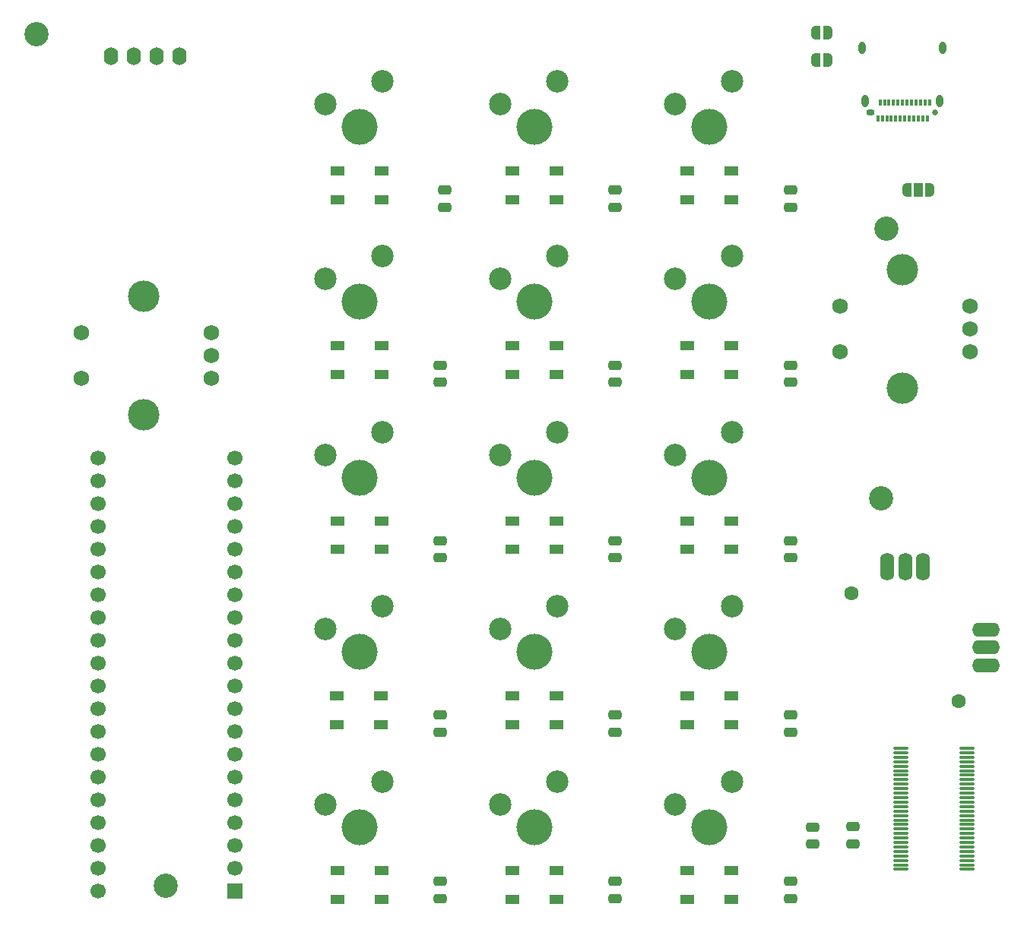
<source format=gts>
%TF.GenerationSoftware,KiCad,Pcbnew,(6.0.4)*%
%TF.CreationDate,2022-04-24T15:44:46-04:00*%
%TF.ProjectId,keeb,6b656562-2e6b-4696-9361-645f70636258,rev?*%
%TF.SameCoordinates,Original*%
%TF.FileFunction,Soldermask,Top*%
%TF.FilePolarity,Negative*%
%FSLAX46Y46*%
G04 Gerber Fmt 4.6, Leading zero omitted, Abs format (unit mm)*
G04 Created by KiCad (PCBNEW (6.0.4)) date 2022-04-24 15:44:46*
%MOMM*%
%LPD*%
G01*
G04 APERTURE LIST*
G04 Aperture macros list*
%AMRoundRect*
0 Rectangle with rounded corners*
0 $1 Rounding radius*
0 $2 $3 $4 $5 $6 $7 $8 $9 X,Y pos of 4 corners*
0 Add a 4 corners polygon primitive as box body*
4,1,4,$2,$3,$4,$5,$6,$7,$8,$9,$2,$3,0*
0 Add four circle primitives for the rounded corners*
1,1,$1+$1,$2,$3*
1,1,$1+$1,$4,$5*
1,1,$1+$1,$6,$7*
1,1,$1+$1,$8,$9*
0 Add four rect primitives between the rounded corners*
20,1,$1+$1,$2,$3,$4,$5,0*
20,1,$1+$1,$4,$5,$6,$7,0*
20,1,$1+$1,$6,$7,$8,$9,0*
20,1,$1+$1,$8,$9,$2,$3,0*%
%AMFreePoly0*
4,1,22,0.500000,-0.750000,0.000000,-0.750000,0.000000,-0.745033,-0.079941,-0.743568,-0.215256,-0.701293,-0.333266,-0.622738,-0.424486,-0.514219,-0.481581,-0.384460,-0.499164,-0.250000,-0.500000,-0.250000,-0.500000,0.250000,-0.499164,0.250000,-0.499963,0.256109,-0.478152,0.396186,-0.417904,0.524511,-0.324060,0.630769,-0.204165,0.706417,-0.067858,0.745374,0.000000,0.744959,0.000000,0.750000,
0.500000,0.750000,0.500000,-0.750000,0.500000,-0.750000,$1*%
%AMFreePoly1*
4,1,20,0.000000,0.744959,0.073905,0.744508,0.209726,0.703889,0.328688,0.626782,0.421226,0.519385,0.479903,0.390333,0.500000,0.250000,0.500000,-0.250000,0.499851,-0.262216,0.476331,-0.402017,0.414519,-0.529596,0.319384,-0.634700,0.198574,-0.708877,0.061801,-0.746166,0.000000,-0.745033,0.000000,-0.750000,-0.500000,-0.750000,-0.500000,0.750000,0.000000,0.750000,0.000000,0.744959,
0.000000,0.744959,$1*%
%AMFreePoly2*
4,1,22,0.550000,-0.750000,0.000000,-0.750000,0.000000,-0.745033,-0.079941,-0.743568,-0.215256,-0.701293,-0.333266,-0.622738,-0.424486,-0.514219,-0.481581,-0.384460,-0.499164,-0.250000,-0.500000,-0.250000,-0.500000,0.250000,-0.499164,0.250000,-0.499963,0.256109,-0.478152,0.396186,-0.417904,0.524511,-0.324060,0.630769,-0.204165,0.706417,-0.067858,0.745374,0.000000,0.744959,0.000000,0.750000,
0.550000,0.750000,0.550000,-0.750000,0.550000,-0.750000,$1*%
%AMFreePoly3*
4,1,20,0.000000,0.744959,0.073905,0.744508,0.209726,0.703889,0.328688,0.626782,0.421226,0.519385,0.479903,0.390333,0.500000,0.250000,0.500000,-0.250000,0.499851,-0.262216,0.476331,-0.402017,0.414519,-0.529596,0.319384,-0.634700,0.198574,-0.708877,0.061801,-0.746166,0.000000,-0.745033,0.000000,-0.750000,-0.550000,-0.750000,-0.550000,0.750000,0.000000,0.750000,0.000000,0.744959,
0.000000,0.744959,$1*%
G04 Aperture macros list end*
%ADD10RoundRect,0.250000X0.475000X-0.250000X0.475000X0.250000X-0.475000X0.250000X-0.475000X-0.250000X0*%
%ADD11C,4.000000*%
%ADD12C,2.500000*%
%ADD13FreePoly0,0.000000*%
%ADD14FreePoly1,0.000000*%
%ADD15R,1.500000X1.000000*%
%ADD16FreePoly2,0.000000*%
%ADD17R,1.000000X1.500000*%
%ADD18FreePoly3,0.000000*%
%ADD19C,1.727200*%
%ADD20C,3.505200*%
%ADD21O,1.600000X2.000000*%
%ADD22C,2.700000*%
%ADD23R,1.700000X1.700000*%
%ADD24C,1.700000*%
%ADD25RoundRect,0.020300X-0.774700X-0.124700X0.774700X-0.124700X0.774700X0.124700X-0.774700X0.124700X0*%
%ADD26RoundRect,0.020300X0.774700X0.124700X-0.774700X0.124700X-0.774700X-0.124700X0.774700X-0.124700X0*%
%ADD27C,1.600000*%
%ADD28O,1.601600X3.101600*%
%ADD29O,3.101600X1.601600*%
%ADD30RoundRect,0.250000X-0.475000X0.250000X-0.475000X-0.250000X0.475000X-0.250000X0.475000X0.250000X0*%
%ADD31C,0.650000*%
%ADD32O,0.950000X0.650000*%
%ADD33R,0.300000X0.700000*%
%ADD34O,0.800000X1.400000*%
G04 APERTURE END LIST*
D10*
%TO.C,C14*%
X137950000Y-151800000D03*
X137950000Y-149900000D03*
%TD*%
D11*
%TO.C,SW5*%
X167950000Y-65800000D03*
D12*
X170490000Y-60720000D03*
X164140000Y-63260000D03*
%TD*%
D11*
%TO.C,SW6*%
X128950000Y-85300000D03*
D12*
X131490000Y-80220000D03*
X125140000Y-82760000D03*
%TD*%
D13*
%TO.C,JP5*%
X179800000Y-58300000D03*
D14*
X181100000Y-58300000D03*
%TD*%
D11*
%TO.C,SW7*%
X148450000Y-85300000D03*
D12*
X150990000Y-80220000D03*
X144640000Y-82760000D03*
%TD*%
D10*
%TO.C,C12*%
X157450000Y-133250000D03*
X157450000Y-131350000D03*
%TD*%
D15*
%TO.C,LED14*%
X150900000Y-151900000D03*
X150900000Y-148700000D03*
X146000000Y-148700000D03*
X146000000Y-151900000D03*
%TD*%
%TO.C,LED13*%
X131400000Y-151900000D03*
X131400000Y-148700000D03*
X126500000Y-148700000D03*
X126500000Y-151900000D03*
%TD*%
D10*
%TO.C,C11*%
X137950000Y-133250000D03*
X137950000Y-131350000D03*
%TD*%
D15*
%TO.C,LED3*%
X170400000Y-73900000D03*
X170400000Y-70700000D03*
X165500000Y-70700000D03*
X165500000Y-73900000D03*
%TD*%
D16*
%TO.C,JP8*%
X189905571Y-72782540D03*
D17*
X191205571Y-72782540D03*
D18*
X192505571Y-72782540D03*
%TD*%
D19*
%TO.C,SW2*%
X196943000Y-90840000D03*
X196943000Y-85760000D03*
X196943000Y-88300000D03*
D20*
X189450000Y-81696000D03*
X189450000Y-94904000D03*
D19*
X182465000Y-85760000D03*
X182465000Y-90840000D03*
%TD*%
D10*
%TO.C,C13*%
X176950000Y-133250000D03*
X176950000Y-131350000D03*
%TD*%
D11*
%TO.C,SW4*%
X148450000Y-65800000D03*
D12*
X150990000Y-60720000D03*
X144640000Y-63260000D03*
%TD*%
D11*
%TO.C,SW11*%
X167950000Y-104880000D03*
D12*
X170490000Y-99800000D03*
X164140000Y-102340000D03*
%TD*%
D21*
%TO.C,Brd1*%
X101290000Y-57930000D03*
X103830000Y-57930000D03*
X106370000Y-57930000D03*
X108910000Y-57930000D03*
%TD*%
D22*
%TO.C,H3*%
X187050000Y-107150000D03*
%TD*%
D23*
%TO.C,U1*%
X115070000Y-150930000D03*
D24*
X115070000Y-148390000D03*
X115070000Y-145850000D03*
X115070000Y-143310000D03*
X115070000Y-140770000D03*
X115070000Y-138230000D03*
X115070000Y-135690000D03*
X115070000Y-133150000D03*
X115070000Y-130610000D03*
X115070000Y-128070000D03*
X115070000Y-125530000D03*
X115070000Y-122990000D03*
X115070000Y-120450000D03*
X115070000Y-117910000D03*
X115070000Y-115370000D03*
X115070000Y-112830000D03*
X115070000Y-110290000D03*
X115070000Y-107750000D03*
X115070000Y-105210000D03*
X115070000Y-102670000D03*
X99830000Y-102670000D03*
X99830000Y-105210000D03*
X99830000Y-107750000D03*
X99830000Y-110290000D03*
X99830000Y-112830000D03*
X99830000Y-115370000D03*
X99830000Y-117910000D03*
X99830000Y-120450000D03*
X99830000Y-122990000D03*
X99830000Y-125530000D03*
X99830000Y-128070000D03*
X99830000Y-130610000D03*
X99830000Y-133150000D03*
X99830000Y-135690000D03*
X99830000Y-138230000D03*
X99830000Y-140770000D03*
X99830000Y-143310000D03*
X99830000Y-145850000D03*
X99830000Y-148390000D03*
X99830000Y-150930000D03*
%TD*%
D10*
%TO.C,C5*%
X137950000Y-94250000D03*
X137950000Y-92350000D03*
%TD*%
%TO.C,C16*%
X176950000Y-151800000D03*
X176950000Y-149900000D03*
%TD*%
D22*
%TO.C,H1*%
X107350000Y-150350000D03*
%TD*%
D10*
%TO.C,C8*%
X137950000Y-113800000D03*
X137950000Y-111900000D03*
%TD*%
D11*
%TO.C,SW12*%
X128950000Y-124300000D03*
D12*
X131490000Y-119220000D03*
X125140000Y-121760000D03*
%TD*%
D11*
%TO.C,SW3*%
X128950000Y-65800000D03*
D12*
X131490000Y-60720000D03*
X125140000Y-63260000D03*
%TD*%
D22*
%TO.C,H1*%
X93000000Y-55450000D03*
%TD*%
D15*
%TO.C,LED11*%
X150900000Y-132400000D03*
X150900000Y-129200000D03*
X146000000Y-129200000D03*
X146000000Y-132400000D03*
%TD*%
D10*
%TO.C,C7*%
X176950000Y-94250000D03*
X176950000Y-92350000D03*
%TD*%
D11*
%TO.C,SW8*%
X167950000Y-85300000D03*
D12*
X170490000Y-80220000D03*
X164140000Y-82760000D03*
%TD*%
D25*
%TO.C,U2*%
X189235000Y-135050000D03*
X189235000Y-135550000D03*
X189235000Y-136050000D03*
X189235000Y-136550000D03*
X189235000Y-137050000D03*
X189235000Y-137550000D03*
X189235000Y-138050000D03*
X189235000Y-138550000D03*
X189235000Y-139050000D03*
X189235000Y-139550000D03*
X189235000Y-140050000D03*
X189235000Y-140550000D03*
X189235000Y-141050000D03*
X189235000Y-141550000D03*
X189235000Y-142050000D03*
X189235000Y-142550000D03*
X189235000Y-143050000D03*
X189235000Y-143550000D03*
X189235000Y-144050000D03*
X189235000Y-144550000D03*
X189235000Y-145050000D03*
X189235000Y-145550000D03*
X189235000Y-146050000D03*
X189235000Y-146550000D03*
X189235000Y-147050000D03*
X189235000Y-147550000D03*
X189235000Y-148050000D03*
X189235000Y-148550000D03*
D26*
X196665000Y-148550000D03*
X196665000Y-148050000D03*
X196665000Y-147550000D03*
X196665000Y-147050000D03*
X196665000Y-146550000D03*
X196665000Y-146050000D03*
X196665000Y-145550000D03*
X196665000Y-145050000D03*
X196665000Y-144550000D03*
X196665000Y-144050000D03*
X196665000Y-143550000D03*
X196665000Y-143050000D03*
X196665000Y-142550000D03*
X196665000Y-142050000D03*
X196665000Y-141550000D03*
X196665000Y-141050000D03*
X196665000Y-140550000D03*
X196665000Y-140050000D03*
X196665000Y-139550000D03*
X196665000Y-139050000D03*
X196665000Y-138550000D03*
X196665000Y-138050000D03*
X196665000Y-137550000D03*
X196665000Y-137050000D03*
X196665000Y-136550000D03*
X196665000Y-136050000D03*
X196665000Y-135550000D03*
X196665000Y-135050000D03*
%TD*%
D11*
%TO.C,SW13*%
X148450000Y-124300000D03*
D12*
X150990000Y-119220000D03*
X144640000Y-121760000D03*
%TD*%
D27*
%TO.C,U3*%
X183731750Y-117800000D03*
X195731750Y-129800000D03*
D28*
X189731750Y-114800000D03*
X191731750Y-114800000D03*
X187731750Y-114800000D03*
D29*
X198731750Y-123800000D03*
X198731750Y-121800000D03*
X198731750Y-125800000D03*
%TD*%
D11*
%TO.C,SW17*%
X167950000Y-143880000D03*
D12*
X170490000Y-138800000D03*
X164140000Y-141340000D03*
%TD*%
D15*
%TO.C,LED2*%
X150900000Y-73900000D03*
X150900000Y-70700000D03*
X146000000Y-70700000D03*
X146000000Y-73900000D03*
%TD*%
%TO.C,LED8*%
X150900000Y-112900000D03*
X150900000Y-109700000D03*
X146000000Y-109700000D03*
X146000000Y-112900000D03*
%TD*%
D11*
%TO.C,SW16*%
X148450000Y-143880000D03*
D12*
X150990000Y-138800000D03*
X144640000Y-141340000D03*
%TD*%
D15*
%TO.C,LED5*%
X150900000Y-93400000D03*
X150900000Y-90200000D03*
X146000000Y-90200000D03*
X146000000Y-93400000D03*
%TD*%
D13*
%TO.C,JP4*%
X179800000Y-55300000D03*
D14*
X181100000Y-55300000D03*
%TD*%
D15*
%TO.C,LED9*%
X170400000Y-112900000D03*
X170400000Y-109700000D03*
X165500000Y-109700000D03*
X165500000Y-112900000D03*
%TD*%
%TO.C,LED1*%
X131400000Y-73900000D03*
X131400000Y-70700000D03*
X126500000Y-70700000D03*
X126500000Y-73900000D03*
%TD*%
D11*
%TO.C,SW10*%
X148450000Y-104880000D03*
D12*
X150990000Y-99800000D03*
X144640000Y-102340000D03*
%TD*%
D10*
%TO.C,C2*%
X138450000Y-74750000D03*
X138450000Y-72850000D03*
%TD*%
D11*
%TO.C,SW15*%
X128950000Y-143880000D03*
D12*
X131490000Y-138800000D03*
X125140000Y-141340000D03*
%TD*%
D15*
%TO.C,LED12*%
X170400000Y-132400000D03*
X170400000Y-129200000D03*
X165500000Y-129200000D03*
X165500000Y-132400000D03*
%TD*%
D10*
%TO.C,C10*%
X176950000Y-113800000D03*
X176950000Y-111900000D03*
%TD*%
D15*
%TO.C,LED10*%
X131350000Y-132400000D03*
X131350000Y-129200000D03*
X126450000Y-129200000D03*
X126450000Y-132400000D03*
%TD*%
D10*
%TO.C,C9*%
X157450000Y-113800000D03*
X157450000Y-111900000D03*
%TD*%
%TO.C,C3*%
X157450000Y-74750000D03*
X157450000Y-72850000D03*
%TD*%
D22*
%TO.C,H2*%
X187650000Y-77100000D03*
%TD*%
D15*
%TO.C,LED6*%
X170400000Y-93400000D03*
X170400000Y-90200000D03*
X165500000Y-90200000D03*
X165500000Y-93400000D03*
%TD*%
D10*
%TO.C,C4*%
X176950000Y-74750000D03*
X176950000Y-72850000D03*
%TD*%
D15*
%TO.C,LED7*%
X131400000Y-112900000D03*
X131400000Y-109700000D03*
X126500000Y-109700000D03*
X126500000Y-112900000D03*
%TD*%
D10*
%TO.C,C15*%
X157450000Y-151800000D03*
X157450000Y-149900000D03*
%TD*%
D11*
%TO.C,SW14*%
X167950000Y-124300000D03*
D12*
X170490000Y-119220000D03*
X164140000Y-121760000D03*
%TD*%
D10*
%TO.C,C6*%
X157450000Y-94250000D03*
X157450000Y-92350000D03*
%TD*%
D19*
%TO.C,SW1*%
X112443000Y-93840000D03*
X112443000Y-88760000D03*
X112443000Y-91300000D03*
D20*
X104950000Y-84696000D03*
X104950000Y-97904000D03*
D19*
X97965000Y-88760000D03*
X97965000Y-93840000D03*
%TD*%
D15*
%TO.C,LED4*%
X131400000Y-93400000D03*
X131400000Y-90200000D03*
X126500000Y-90200000D03*
X126500000Y-93400000D03*
%TD*%
D11*
%TO.C,SW9*%
X128950000Y-104880000D03*
D12*
X131490000Y-99800000D03*
X125140000Y-102340000D03*
%TD*%
D15*
%TO.C,LED15*%
X170400000Y-151900000D03*
X170400000Y-148700000D03*
X165500000Y-148700000D03*
X165500000Y-151900000D03*
%TD*%
D30*
%TO.C,C1*%
X183950000Y-143800000D03*
X183950000Y-145700000D03*
%TD*%
D31*
%TO.C,J2*%
X193050000Y-64160000D03*
D32*
X185850000Y-64160000D03*
D33*
X192200000Y-64820000D03*
X191700000Y-64820000D03*
X191200000Y-64820000D03*
X190700000Y-64820000D03*
X190200000Y-64820000D03*
X189700000Y-64820000D03*
X189200000Y-64820000D03*
X188700000Y-64820000D03*
X188200000Y-64820000D03*
X187700000Y-64820000D03*
X187200000Y-64820000D03*
X186700000Y-64820000D03*
X186950000Y-63120000D03*
X187450000Y-63120000D03*
X187950000Y-63120000D03*
X188450000Y-63120000D03*
X188950000Y-63120000D03*
X189450000Y-63120000D03*
X189950000Y-63120000D03*
X190450000Y-63120000D03*
X190950000Y-63120000D03*
X191450000Y-63120000D03*
X191950000Y-63120000D03*
X192450000Y-63120000D03*
D34*
X193940000Y-56960000D03*
X185320000Y-62910000D03*
X193580000Y-62910000D03*
X184960000Y-56960000D03*
%TD*%
D30*
%TO.C,C17*%
X179450000Y-143850000D03*
X179450000Y-145750000D03*
%TD*%
M02*

</source>
